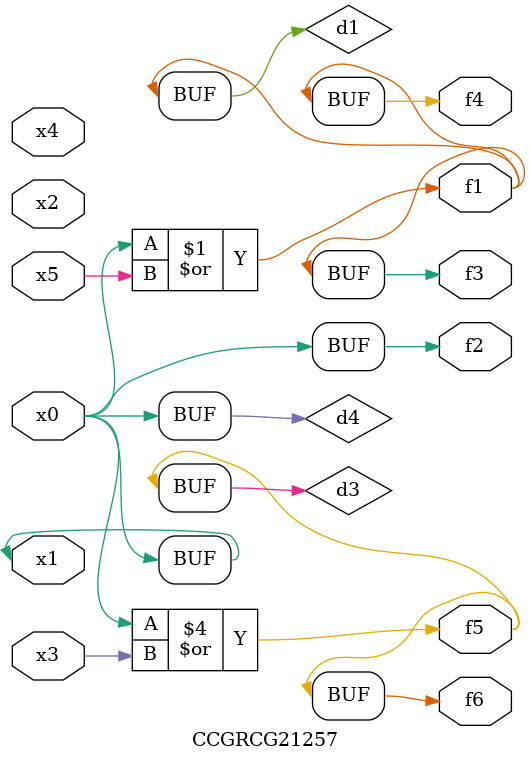
<source format=v>
module CCGRCG21257(
	input x0, x1, x2, x3, x4, x5,
	output f1, f2, f3, f4, f5, f6
);

	wire d1, d2, d3, d4;

	or (d1, x0, x5);
	xnor (d2, x1, x4);
	or (d3, x0, x3);
	buf (d4, x0, x1);
	assign f1 = d1;
	assign f2 = d4;
	assign f3 = d1;
	assign f4 = d1;
	assign f5 = d3;
	assign f6 = d3;
endmodule

</source>
